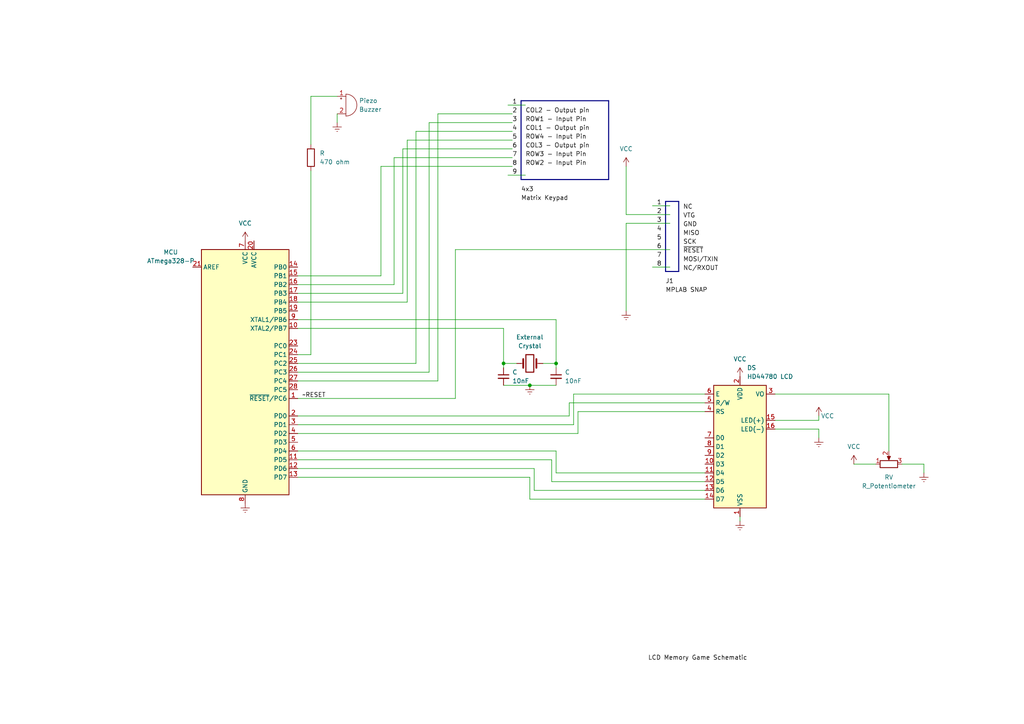
<source format=kicad_sch>
(kicad_sch (version 20211123) (generator eeschema)

  (uuid c0cb1d54-c1c3-4e4d-8f97-b4c16ed9b9fc)

  (paper "A4")

  (lib_symbols
    (symbol "Device:Buzzer" (pin_names (offset 0.0254) hide) (in_bom yes) (on_board yes)
      (property "Reference" "BZ" (id 0) (at 3.81 1.27 0)
        (effects (font (size 1.27 1.27)) (justify left))
      )
      (property "Value" "Buzzer" (id 1) (at 3.81 -1.27 0)
        (effects (font (size 1.27 1.27)) (justify left))
      )
      (property "Footprint" "" (id 2) (at -0.635 2.54 90)
        (effects (font (size 1.27 1.27)) hide)
      )
      (property "Datasheet" "~" (id 3) (at -0.635 2.54 90)
        (effects (font (size 1.27 1.27)) hide)
      )
      (property "ki_keywords" "quartz resonator ceramic" (id 4) (at 0 0 0)
        (effects (font (size 1.27 1.27)) hide)
      )
      (property "ki_description" "Buzzer, polarized" (id 5) (at 0 0 0)
        (effects (font (size 1.27 1.27)) hide)
      )
      (property "ki_fp_filters" "*Buzzer*" (id 6) (at 0 0 0)
        (effects (font (size 1.27 1.27)) hide)
      )
      (symbol "Buzzer_0_1"
        (arc (start 0 -3.175) (mid 3.175 0) (end 0 3.175)
          (stroke (width 0) (type default) (color 0 0 0 0))
          (fill (type none))
        )
        (polyline
          (pts
            (xy -1.651 1.905)
            (xy -1.143 1.905)
          )
          (stroke (width 0) (type default) (color 0 0 0 0))
          (fill (type none))
        )
        (polyline
          (pts
            (xy -1.397 2.159)
            (xy -1.397 1.651)
          )
          (stroke (width 0) (type default) (color 0 0 0 0))
          (fill (type none))
        )
        (polyline
          (pts
            (xy 0 3.175)
            (xy 0 -3.175)
          )
          (stroke (width 0) (type default) (color 0 0 0 0))
          (fill (type none))
        )
      )
      (symbol "Buzzer_1_1"
        (pin passive line (at -2.54 2.54 0) (length 2.54)
          (name "-" (effects (font (size 1.27 1.27))))
          (number "1" (effects (font (size 1.27 1.27))))
        )
        (pin passive line (at -2.54 -2.54 0) (length 2.54)
          (name "+" (effects (font (size 1.27 1.27))))
          (number "2" (effects (font (size 1.27 1.27))))
        )
      )
    )
    (symbol "Device:C_Small" (pin_numbers hide) (pin_names (offset 0.254) hide) (in_bom yes) (on_board yes)
      (property "Reference" "C" (id 0) (at 0.254 1.778 0)
        (effects (font (size 1.27 1.27)) (justify left))
      )
      (property "Value" "C_Small" (id 1) (at 0.254 -2.032 0)
        (effects (font (size 1.27 1.27)) (justify left))
      )
      (property "Footprint" "" (id 2) (at 0 0 0)
        (effects (font (size 1.27 1.27)) hide)
      )
      (property "Datasheet" "~" (id 3) (at 0 0 0)
        (effects (font (size 1.27 1.27)) hide)
      )
      (property "ki_keywords" "capacitor cap" (id 4) (at 0 0 0)
        (effects (font (size 1.27 1.27)) hide)
      )
      (property "ki_description" "Unpolarized capacitor, small symbol" (id 5) (at 0 0 0)
        (effects (font (size 1.27 1.27)) hide)
      )
      (property "ki_fp_filters" "C_*" (id 6) (at 0 0 0)
        (effects (font (size 1.27 1.27)) hide)
      )
      (symbol "C_Small_0_1"
        (polyline
          (pts
            (xy -1.524 -0.508)
            (xy 1.524 -0.508)
          )
          (stroke (width 0.3302) (type default) (color 0 0 0 0))
          (fill (type none))
        )
        (polyline
          (pts
            (xy -1.524 0.508)
            (xy 1.524 0.508)
          )
          (stroke (width 0.3048) (type default) (color 0 0 0 0))
          (fill (type none))
        )
      )
      (symbol "C_Small_1_1"
        (pin passive line (at 0 2.54 270) (length 2.032)
          (name "~" (effects (font (size 1.27 1.27))))
          (number "1" (effects (font (size 1.27 1.27))))
        )
        (pin passive line (at 0 -2.54 90) (length 2.032)
          (name "~" (effects (font (size 1.27 1.27))))
          (number "2" (effects (font (size 1.27 1.27))))
        )
      )
    )
    (symbol "Device:Crystal" (pin_numbers hide) (pin_names (offset 1.016) hide) (in_bom yes) (on_board yes)
      (property "Reference" "Y" (id 0) (at 0 3.81 0)
        (effects (font (size 1.27 1.27)))
      )
      (property "Value" "Crystal" (id 1) (at 0 -3.81 0)
        (effects (font (size 1.27 1.27)))
      )
      (property "Footprint" "" (id 2) (at 0 0 0)
        (effects (font (size 1.27 1.27)) hide)
      )
      (property "Datasheet" "~" (id 3) (at 0 0 0)
        (effects (font (size 1.27 1.27)) hide)
      )
      (property "ki_keywords" "quartz ceramic resonator oscillator" (id 4) (at 0 0 0)
        (effects (font (size 1.27 1.27)) hide)
      )
      (property "ki_description" "Two pin crystal" (id 5) (at 0 0 0)
        (effects (font (size 1.27 1.27)) hide)
      )
      (property "ki_fp_filters" "Crystal*" (id 6) (at 0 0 0)
        (effects (font (size 1.27 1.27)) hide)
      )
      (symbol "Crystal_0_1"
        (rectangle (start -1.143 2.54) (end 1.143 -2.54)
          (stroke (width 0.3048) (type default) (color 0 0 0 0))
          (fill (type none))
        )
        (polyline
          (pts
            (xy -2.54 0)
            (xy -1.905 0)
          )
          (stroke (width 0) (type default) (color 0 0 0 0))
          (fill (type none))
        )
        (polyline
          (pts
            (xy -1.905 -1.27)
            (xy -1.905 1.27)
          )
          (stroke (width 0.508) (type default) (color 0 0 0 0))
          (fill (type none))
        )
        (polyline
          (pts
            (xy 1.905 -1.27)
            (xy 1.905 1.27)
          )
          (stroke (width 0.508) (type default) (color 0 0 0 0))
          (fill (type none))
        )
        (polyline
          (pts
            (xy 2.54 0)
            (xy 1.905 0)
          )
          (stroke (width 0) (type default) (color 0 0 0 0))
          (fill (type none))
        )
      )
      (symbol "Crystal_1_1"
        (pin passive line (at -3.81 0 0) (length 1.27)
          (name "1" (effects (font (size 1.27 1.27))))
          (number "1" (effects (font (size 1.27 1.27))))
        )
        (pin passive line (at 3.81 0 180) (length 1.27)
          (name "2" (effects (font (size 1.27 1.27))))
          (number "2" (effects (font (size 1.27 1.27))))
        )
      )
    )
    (symbol "Device:R" (pin_numbers hide) (pin_names (offset 0)) (in_bom yes) (on_board yes)
      (property "Reference" "R" (id 0) (at 2.032 0 90)
        (effects (font (size 1.27 1.27)))
      )
      (property "Value" "R" (id 1) (at 0 0 90)
        (effects (font (size 1.27 1.27)))
      )
      (property "Footprint" "" (id 2) (at -1.778 0 90)
        (effects (font (size 1.27 1.27)) hide)
      )
      (property "Datasheet" "~" (id 3) (at 0 0 0)
        (effects (font (size 1.27 1.27)) hide)
      )
      (property "ki_keywords" "R res resistor" (id 4) (at 0 0 0)
        (effects (font (size 1.27 1.27)) hide)
      )
      (property "ki_description" "Resistor" (id 5) (at 0 0 0)
        (effects (font (size 1.27 1.27)) hide)
      )
      (property "ki_fp_filters" "R_*" (id 6) (at 0 0 0)
        (effects (font (size 1.27 1.27)) hide)
      )
      (symbol "R_0_1"
        (rectangle (start -1.016 -2.54) (end 1.016 2.54)
          (stroke (width 0.254) (type default) (color 0 0 0 0))
          (fill (type none))
        )
      )
      (symbol "R_1_1"
        (pin passive line (at 0 3.81 270) (length 1.27)
          (name "~" (effects (font (size 1.27 1.27))))
          (number "1" (effects (font (size 1.27 1.27))))
        )
        (pin passive line (at 0 -3.81 90) (length 1.27)
          (name "~" (effects (font (size 1.27 1.27))))
          (number "2" (effects (font (size 1.27 1.27))))
        )
      )
    )
    (symbol "Device:R_Potentiometer" (pin_names (offset 1.016) hide) (in_bom yes) (on_board yes)
      (property "Reference" "RV" (id 0) (at -4.445 0 90)
        (effects (font (size 1.27 1.27)))
      )
      (property "Value" "R_Potentiometer" (id 1) (at -2.54 0 90)
        (effects (font (size 1.27 1.27)))
      )
      (property "Footprint" "" (id 2) (at 0 0 0)
        (effects (font (size 1.27 1.27)) hide)
      )
      (property "Datasheet" "~" (id 3) (at 0 0 0)
        (effects (font (size 1.27 1.27)) hide)
      )
      (property "ki_keywords" "resistor variable" (id 4) (at 0 0 0)
        (effects (font (size 1.27 1.27)) hide)
      )
      (property "ki_description" "Potentiometer" (id 5) (at 0 0 0)
        (effects (font (size 1.27 1.27)) hide)
      )
      (property "ki_fp_filters" "Potentiometer*" (id 6) (at 0 0 0)
        (effects (font (size 1.27 1.27)) hide)
      )
      (symbol "R_Potentiometer_0_1"
        (polyline
          (pts
            (xy 2.54 0)
            (xy 1.524 0)
          )
          (stroke (width 0) (type default) (color 0 0 0 0))
          (fill (type none))
        )
        (polyline
          (pts
            (xy 1.143 0)
            (xy 2.286 0.508)
            (xy 2.286 -0.508)
            (xy 1.143 0)
          )
          (stroke (width 0) (type default) (color 0 0 0 0))
          (fill (type outline))
        )
        (rectangle (start 1.016 2.54) (end -1.016 -2.54)
          (stroke (width 0.254) (type default) (color 0 0 0 0))
          (fill (type none))
        )
      )
      (symbol "R_Potentiometer_1_1"
        (pin passive line (at 0 3.81 270) (length 1.27)
          (name "1" (effects (font (size 1.27 1.27))))
          (number "1" (effects (font (size 1.27 1.27))))
        )
        (pin passive line (at 3.81 0 180) (length 1.27)
          (name "2" (effects (font (size 1.27 1.27))))
          (number "2" (effects (font (size 1.27 1.27))))
        )
        (pin passive line (at 0 -3.81 90) (length 1.27)
          (name "3" (effects (font (size 1.27 1.27))))
          (number "3" (effects (font (size 1.27 1.27))))
        )
      )
    )
    (symbol "Display_Character:WC1602A" (in_bom yes) (on_board yes)
      (property "Reference" "DS" (id 0) (at -5.842 19.05 0)
        (effects (font (size 1.27 1.27)))
      )
      (property "Value" "WC1602A" (id 1) (at 5.334 19.05 0)
        (effects (font (size 1.27 1.27)))
      )
      (property "Footprint" "Display:WC1602A" (id 2) (at 0 -22.86 0)
        (effects (font (size 1.27 1.27) italic) hide)
      )
      (property "Datasheet" "http://www.wincomlcd.com/pdf/WC1602A-SFYLYHTC06.pdf" (id 3) (at 17.78 0 0)
        (effects (font (size 1.27 1.27)) hide)
      )
      (property "ki_keywords" "display LCD dot-matrix" (id 4) (at 0 0 0)
        (effects (font (size 1.27 1.27)) hide)
      )
      (property "ki_description" "LCD 16x2 Alphanumeric , 8 bit parallel bus, 5V VDD" (id 5) (at 0 0 0)
        (effects (font (size 1.27 1.27)) hide)
      )
      (property "ki_fp_filters" "*WC*1602A*" (id 6) (at 0 0 0)
        (effects (font (size 1.27 1.27)) hide)
      )
      (symbol "WC1602A_1_1"
        (rectangle (start -7.62 17.78) (end 7.62 -17.78)
          (stroke (width 0.254) (type default) (color 0 0 0 0))
          (fill (type background))
        )
        (pin power_in line (at 0 -20.32 90) (length 2.54)
          (name "VSS" (effects (font (size 1.27 1.27))))
          (number "1" (effects (font (size 1.27 1.27))))
        )
        (pin input line (at -10.16 -5.08 0) (length 2.54)
          (name "D3" (effects (font (size 1.27 1.27))))
          (number "10" (effects (font (size 1.27 1.27))))
        )
        (pin input line (at -10.16 -7.62 0) (length 2.54)
          (name "D4" (effects (font (size 1.27 1.27))))
          (number "11" (effects (font (size 1.27 1.27))))
        )
        (pin input line (at -10.16 -10.16 0) (length 2.54)
          (name "D5" (effects (font (size 1.27 1.27))))
          (number "12" (effects (font (size 1.27 1.27))))
        )
        (pin input line (at -10.16 -12.7 0) (length 2.54)
          (name "D6" (effects (font (size 1.27 1.27))))
          (number "13" (effects (font (size 1.27 1.27))))
        )
        (pin input line (at -10.16 -15.24 0) (length 2.54)
          (name "D7" (effects (font (size 1.27 1.27))))
          (number "14" (effects (font (size 1.27 1.27))))
        )
        (pin power_in line (at 10.16 7.62 180) (length 2.54)
          (name "LED(+)" (effects (font (size 1.27 1.27))))
          (number "15" (effects (font (size 1.27 1.27))))
        )
        (pin power_in line (at 10.16 5.08 180) (length 2.54)
          (name "LED(-)" (effects (font (size 1.27 1.27))))
          (number "16" (effects (font (size 1.27 1.27))))
        )
        (pin power_in line (at 0 20.32 270) (length 2.54)
          (name "VDD" (effects (font (size 1.27 1.27))))
          (number "2" (effects (font (size 1.27 1.27))))
        )
        (pin input line (at 10.16 15.24 180) (length 2.54)
          (name "VO" (effects (font (size 1.27 1.27))))
          (number "3" (effects (font (size 1.27 1.27))))
        )
        (pin input line (at -10.16 10.16 0) (length 2.54)
          (name "RS" (effects (font (size 1.27 1.27))))
          (number "4" (effects (font (size 1.27 1.27))))
        )
        (pin input line (at -10.16 12.7 0) (length 2.54)
          (name "R/W" (effects (font (size 1.27 1.27))))
          (number "5" (effects (font (size 1.27 1.27))))
        )
        (pin input line (at -10.16 15.24 0) (length 2.54)
          (name "E" (effects (font (size 1.27 1.27))))
          (number "6" (effects (font (size 1.27 1.27))))
        )
        (pin input line (at -10.16 2.54 0) (length 2.54)
          (name "D0" (effects (font (size 1.27 1.27))))
          (number "7" (effects (font (size 1.27 1.27))))
        )
        (pin input line (at -10.16 0 0) (length 2.54)
          (name "D1" (effects (font (size 1.27 1.27))))
          (number "8" (effects (font (size 1.27 1.27))))
        )
        (pin input line (at -10.16 -2.54 0) (length 2.54)
          (name "D2" (effects (font (size 1.27 1.27))))
          (number "9" (effects (font (size 1.27 1.27))))
        )
      )
    )
    (symbol "MCU_Microchip_ATmega:ATmega328-P" (in_bom yes) (on_board yes)
      (property "Reference" "U" (id 0) (at -12.7 36.83 0)
        (effects (font (size 1.27 1.27)) (justify left bottom))
      )
      (property "Value" "ATmega328-P" (id 1) (at 2.54 -36.83 0)
        (effects (font (size 1.27 1.27)) (justify left top))
      )
      (property "Footprint" "Package_DIP:DIP-28_W7.62mm" (id 2) (at 0 0 0)
        (effects (font (size 1.27 1.27) italic) hide)
      )
      (property "Datasheet" "http://ww1.microchip.com/downloads/en/DeviceDoc/ATmega328_P%20AVR%20MCU%20with%20picoPower%20Technology%20Data%20Sheet%2040001984A.pdf" (id 3) (at 0 0 0)
        (effects (font (size 1.27 1.27)) hide)
      )
      (property "ki_keywords" "AVR 8bit Microcontroller MegaAVR" (id 4) (at 0 0 0)
        (effects (font (size 1.27 1.27)) hide)
      )
      (property "ki_description" "20MHz, 32kB Flash, 2kB SRAM, 1kB EEPROM, DIP-28" (id 5) (at 0 0 0)
        (effects (font (size 1.27 1.27)) hide)
      )
      (property "ki_fp_filters" "DIP*W7.62mm*" (id 6) (at 0 0 0)
        (effects (font (size 1.27 1.27)) hide)
      )
      (symbol "ATmega328-P_0_1"
        (rectangle (start -12.7 -35.56) (end 12.7 35.56)
          (stroke (width 0.254) (type default) (color 0 0 0 0))
          (fill (type background))
        )
      )
      (symbol "ATmega328-P_1_1"
        (pin bidirectional line (at 15.24 -7.62 180) (length 2.54)
          (name "~{RESET}/PC6" (effects (font (size 1.27 1.27))))
          (number "1" (effects (font (size 1.27 1.27))))
        )
        (pin bidirectional line (at 15.24 12.7 180) (length 2.54)
          (name "XTAL2/PB7" (effects (font (size 1.27 1.27))))
          (number "10" (effects (font (size 1.27 1.27))))
        )
        (pin bidirectional line (at 15.24 -25.4 180) (length 2.54)
          (name "PD5" (effects (font (size 1.27 1.27))))
          (number "11" (effects (font (size 1.27 1.27))))
        )
        (pin bidirectional line (at 15.24 -27.94 180) (length 2.54)
          (name "PD6" (effects (font (size 1.27 1.27))))
          (number "12" (effects (font (size 1.27 1.27))))
        )
        (pin bidirectional line (at 15.24 -30.48 180) (length 2.54)
          (name "PD7" (effects (font (size 1.27 1.27))))
          (number "13" (effects (font (size 1.27 1.27))))
        )
        (pin bidirectional line (at 15.24 30.48 180) (length 2.54)
          (name "PB0" (effects (font (size 1.27 1.27))))
          (number "14" (effects (font (size 1.27 1.27))))
        )
        (pin bidirectional line (at 15.24 27.94 180) (length 2.54)
          (name "PB1" (effects (font (size 1.27 1.27))))
          (number "15" (effects (font (size 1.27 1.27))))
        )
        (pin bidirectional line (at 15.24 25.4 180) (length 2.54)
          (name "PB2" (effects (font (size 1.27 1.27))))
          (number "16" (effects (font (size 1.27 1.27))))
        )
        (pin bidirectional line (at 15.24 22.86 180) (length 2.54)
          (name "PB3" (effects (font (size 1.27 1.27))))
          (number "17" (effects (font (size 1.27 1.27))))
        )
        (pin bidirectional line (at 15.24 20.32 180) (length 2.54)
          (name "PB4" (effects (font (size 1.27 1.27))))
          (number "18" (effects (font (size 1.27 1.27))))
        )
        (pin bidirectional line (at 15.24 17.78 180) (length 2.54)
          (name "PB5" (effects (font (size 1.27 1.27))))
          (number "19" (effects (font (size 1.27 1.27))))
        )
        (pin bidirectional line (at 15.24 -12.7 180) (length 2.54)
          (name "PD0" (effects (font (size 1.27 1.27))))
          (number "2" (effects (font (size 1.27 1.27))))
        )
        (pin power_in line (at 2.54 38.1 270) (length 2.54)
          (name "AVCC" (effects (font (size 1.27 1.27))))
          (number "20" (effects (font (size 1.27 1.27))))
        )
        (pin passive line (at -15.24 30.48 0) (length 2.54)
          (name "AREF" (effects (font (size 1.27 1.27))))
          (number "21" (effects (font (size 1.27 1.27))))
        )
        (pin passive line (at 0 -38.1 90) (length 2.54) hide
          (name "GND" (effects (font (size 1.27 1.27))))
          (number "22" (effects (font (size 1.27 1.27))))
        )
        (pin bidirectional line (at 15.24 7.62 180) (length 2.54)
          (name "PC0" (effects (font (size 1.27 1.27))))
          (number "23" (effects (font (size 1.27 1.27))))
        )
        (pin bidirectional line (at 15.24 5.08 180) (length 2.54)
          (name "PC1" (effects (font (size 1.27 1.27))))
          (number "24" (effects (font (size 1.27 1.27))))
        )
        (pin bidirectional line (at 15.24 2.54 180) (length 2.54)
          (name "PC2" (effects (font (size 1.27 1.27))))
          (number "25" (effects (font (size 1.27 1.27))))
        )
        (pin bidirectional line (at 15.24 0 180) (length 2.54)
          (name "PC3" (effects (font (size 1.27 1.27))))
          (number "26" (effects (font (size 1.27 1.27))))
        )
        (pin bidirectional line (at 15.24 -2.54 180) (length 2.54)
          (name "PC4" (effects (font (size 1.27 1.27))))
          (number "27" (effects (font (size 1.27 1.27))))
        )
        (pin bidirectional line (at 15.24 -5.08 180) (length 2.54)
          (name "PC5" (effects (font (size 1.27 1.27))))
          (number "28" (effects (font (size 1.27 1.27))))
        )
        (pin bidirectional line (at 15.24 -15.24 180) (length 2.54)
          (name "PD1" (effects (font (size 1.27 1.27))))
          (number "3" (effects (font (size 1.27 1.27))))
        )
        (pin bidirectional line (at 15.24 -17.78 180) (length 2.54)
          (name "PD2" (effects (font (size 1.27 1.27))))
          (number "4" (effects (font (size 1.27 1.27))))
        )
        (pin bidirectional line (at 15.24 -20.32 180) (length 2.54)
          (name "PD3" (effects (font (size 1.27 1.27))))
          (number "5" (effects (font (size 1.27 1.27))))
        )
        (pin bidirectional line (at 15.24 -22.86 180) (length 2.54)
          (name "PD4" (effects (font (size 1.27 1.27))))
          (number "6" (effects (font (size 1.27 1.27))))
        )
        (pin power_in line (at 0 38.1 270) (length 2.54)
          (name "VCC" (effects (font (size 1.27 1.27))))
          (number "7" (effects (font (size 1.27 1.27))))
        )
        (pin power_in line (at 0 -38.1 90) (length 2.54)
          (name "GND" (effects (font (size 1.27 1.27))))
          (number "8" (effects (font (size 1.27 1.27))))
        )
        (pin bidirectional line (at 15.24 15.24 180) (length 2.54)
          (name "XTAL1/PB6" (effects (font (size 1.27 1.27))))
          (number "9" (effects (font (size 1.27 1.27))))
        )
      )
    )
    (symbol "power:Earth" (power) (pin_names (offset 0)) (in_bom yes) (on_board yes)
      (property "Reference" "#PWR" (id 0) (at 0 -6.35 0)
        (effects (font (size 1.27 1.27)) hide)
      )
      (property "Value" "Earth" (id 1) (at 0 -3.81 0)
        (effects (font (size 1.27 1.27)) hide)
      )
      (property "Footprint" "" (id 2) (at 0 0 0)
        (effects (font (size 1.27 1.27)) hide)
      )
      (property "Datasheet" "~" (id 3) (at 0 0 0)
        (effects (font (size 1.27 1.27)) hide)
      )
      (property "ki_keywords" "power-flag ground gnd" (id 4) (at 0 0 0)
        (effects (font (size 1.27 1.27)) hide)
      )
      (property "ki_description" "Power symbol creates a global label with name \"Earth\"" (id 5) (at 0 0 0)
        (effects (font (size 1.27 1.27)) hide)
      )
      (symbol "Earth_0_1"
        (polyline
          (pts
            (xy -0.635 -1.905)
            (xy 0.635 -1.905)
          )
          (stroke (width 0) (type default) (color 0 0 0 0))
          (fill (type none))
        )
        (polyline
          (pts
            (xy -0.127 -2.54)
            (xy 0.127 -2.54)
          )
          (stroke (width 0) (type default) (color 0 0 0 0))
          (fill (type none))
        )
        (polyline
          (pts
            (xy 0 -1.27)
            (xy 0 0)
          )
          (stroke (width 0) (type default) (color 0 0 0 0))
          (fill (type none))
        )
        (polyline
          (pts
            (xy 1.27 -1.27)
            (xy -1.27 -1.27)
          )
          (stroke (width 0) (type default) (color 0 0 0 0))
          (fill (type none))
        )
      )
      (symbol "Earth_1_1"
        (pin power_in line (at 0 0 270) (length 0) hide
          (name "Earth" (effects (font (size 1.27 1.27))))
          (number "1" (effects (font (size 1.27 1.27))))
        )
      )
    )
    (symbol "power:VCC" (power) (pin_names (offset 0)) (in_bom yes) (on_board yes)
      (property "Reference" "#PWR" (id 0) (at 0 -3.81 0)
        (effects (font (size 1.27 1.27)) hide)
      )
      (property "Value" "VCC" (id 1) (at 0 3.81 0)
        (effects (font (size 1.27 1.27)))
      )
      (property "Footprint" "" (id 2) (at 0 0 0)
        (effects (font (size 1.27 1.27)) hide)
      )
      (property "Datasheet" "" (id 3) (at 0 0 0)
        (effects (font (size 1.27 1.27)) hide)
      )
      (property "ki_keywords" "power-flag" (id 4) (at 0 0 0)
        (effects (font (size 1.27 1.27)) hide)
      )
      (property "ki_description" "Power symbol creates a global label with name \"VCC\"" (id 5) (at 0 0 0)
        (effects (font (size 1.27 1.27)) hide)
      )
      (symbol "VCC_0_1"
        (polyline
          (pts
            (xy -0.762 1.27)
            (xy 0 2.54)
          )
          (stroke (width 0) (type default) (color 0 0 0 0))
          (fill (type none))
        )
        (polyline
          (pts
            (xy 0 0)
            (xy 0 2.54)
          )
          (stroke (width 0) (type default) (color 0 0 0 0))
          (fill (type none))
        )
        (polyline
          (pts
            (xy 0 2.54)
            (xy 0.762 1.27)
          )
          (stroke (width 0) (type default) (color 0 0 0 0))
          (fill (type none))
        )
      )
      (symbol "VCC_1_1"
        (pin power_in line (at 0 0 90) (length 0) hide
          (name "VCC" (effects (font (size 1.27 1.27))))
          (number "1" (effects (font (size 1.27 1.27))))
        )
      )
    )
  )

  (junction (at 146.05 105.41) (diameter 0) (color 0 0 0 0)
    (uuid 77f763ec-f2b6-4d81-adaa-fd5931733086)
  )
  (junction (at 153.67 111.76) (diameter 0) (color 0 0 0 0)
    (uuid 7eb42e86-2453-4b8f-a8d8-ee98fe551a23)
  )
  (junction (at 161.29 105.41) (diameter 0) (color 0 0 0 0)
    (uuid c4a3ec39-5697-4ee7-9c6a-3d39b485affb)
  )

  (wire (pts (xy 86.36 135.89) (xy 154.94 135.89))
    (stroke (width 0) (type default) (color 0 0 0 0))
    (uuid 00a2f500-7a7b-46bb-9531-b990ea1902ed)
  )
  (wire (pts (xy 181.61 48.26) (xy 181.61 62.23))
    (stroke (width 0) (type default) (color 0 0 0 0))
    (uuid 00eaa8e9-b600-4b48-ab83-4dd48cf71455)
  )
  (wire (pts (xy 181.61 64.77) (xy 194.31 64.77))
    (stroke (width 0) (type default) (color 0 0 0 0))
    (uuid 042edae7-febf-439d-a393-e51119bee55c)
  )
  (wire (pts (xy 237.49 121.92) (xy 237.49 120.65))
    (stroke (width 0) (type default) (color 0 0 0 0))
    (uuid 059f4657-53f3-4d57-ac33-63b0c8cfb191)
  )
  (wire (pts (xy 146.05 95.25) (xy 146.05 105.41))
    (stroke (width 0) (type default) (color 0 0 0 0))
    (uuid 063d7cdb-fef7-4af0-92e4-8ee6a30b268e)
  )
  (wire (pts (xy 86.36 85.09) (xy 116.84 85.09))
    (stroke (width 0) (type default) (color 0 0 0 0))
    (uuid 08bf0f70-2962-4638-b850-85fe4dfeec76)
  )
  (wire (pts (xy 160.02 133.35) (xy 160.02 139.7))
    (stroke (width 0) (type default) (color 0 0 0 0))
    (uuid 08c5a895-49ed-4210-8fa2-3ddadbf6a288)
  )
  (wire (pts (xy 127 110.49) (xy 127 33.02))
    (stroke (width 0) (type default) (color 0 0 0 0))
    (uuid 09079290-02f3-4ef4-aa56-b20a880f83a7)
  )
  (wire (pts (xy 86.36 92.71) (xy 161.29 92.71))
    (stroke (width 0) (type default) (color 0 0 0 0))
    (uuid 095aba1e-142b-4916-b338-adccf93ec595)
  )
  (wire (pts (xy 161.29 137.16) (xy 204.47 137.16))
    (stroke (width 0) (type default) (color 0 0 0 0))
    (uuid 0b2f0a69-baeb-4ba2-a303-ae51ba59b4c4)
  )
  (wire (pts (xy 86.36 107.95) (xy 124.46 107.95))
    (stroke (width 0) (type default) (color 0 0 0 0))
    (uuid 212dda48-be59-4f88-9814-93403b7991d6)
  )
  (wire (pts (xy 189.23 59.69) (xy 194.31 59.69))
    (stroke (width 0) (type default) (color 0 0 0 0))
    (uuid 2202b498-429c-4906-b8c1-9b143e864bdd)
  )
  (wire (pts (xy 146.05 111.76) (xy 153.67 111.76))
    (stroke (width 0) (type default) (color 0 0 0 0))
    (uuid 221a00ed-13c5-4d69-8a04-f4fc6c090a19)
  )
  (wire (pts (xy 110.49 80.01) (xy 110.49 48.26))
    (stroke (width 0) (type default) (color 0 0 0 0))
    (uuid 254c9a1a-ab0f-44e9-a16b-035dc30beba5)
  )
  (bus (pts (xy 151.13 29.21) (xy 151.13 52.07))
    (stroke (width 0) (type default) (color 0 0 0 0))
    (uuid 259fc8b1-9050-4829-934c-bff7f3cb17c5)
  )

  (wire (pts (xy 153.67 144.78) (xy 204.47 144.78))
    (stroke (width 0) (type default) (color 0 0 0 0))
    (uuid 2c75f28a-e852-4bbe-bd87-90eb79cbe7e0)
  )
  (bus (pts (xy 196.85 58.42) (xy 196.85 78.74))
    (stroke (width 0) (type default) (color 0 0 0 0))
    (uuid 2daed46c-3fab-4872-a11b-8582006b73de)
  )
  (bus (pts (xy 151.13 52.07) (xy 176.53 52.07))
    (stroke (width 0) (type default) (color 0 0 0 0))
    (uuid 355339e8-17af-4077-aabb-095839becd8c)
  )
  (bus (pts (xy 193.04 78.74) (xy 196.85 78.74))
    (stroke (width 0) (type default) (color 0 0 0 0))
    (uuid 35bda031-4d05-4c80-b953-0828a1ff8327)
  )

  (wire (pts (xy 167.64 125.73) (xy 167.64 119.38))
    (stroke (width 0) (type default) (color 0 0 0 0))
    (uuid 3bb71d8f-a613-4d98-ad67-5d38b386cbf4)
  )
  (wire (pts (xy 161.29 92.71) (xy 161.29 105.41))
    (stroke (width 0) (type default) (color 0 0 0 0))
    (uuid 3fd321b1-d9a2-40d0-9a34-885d0a72e66f)
  )
  (wire (pts (xy 86.36 105.41) (xy 120.65 105.41))
    (stroke (width 0) (type default) (color 0 0 0 0))
    (uuid 444f9c80-9fa9-4fa0-b0d1-189e2309bad8)
  )
  (wire (pts (xy 160.02 139.7) (xy 204.47 139.7))
    (stroke (width 0) (type default) (color 0 0 0 0))
    (uuid 477d05a7-23e9-444c-8efb-7da903024605)
  )
  (wire (pts (xy 90.17 27.94) (xy 97.79 27.94))
    (stroke (width 0) (type default) (color 0 0 0 0))
    (uuid 4b1da43d-47e4-4ce1-8bba-eadf461db14e)
  )
  (bus (pts (xy 176.53 29.21) (xy 176.53 52.07))
    (stroke (width 0) (type default) (color 0 0 0 0))
    (uuid 50567326-8d3c-4545-9bb2-678269299f46)
  )

  (wire (pts (xy 120.65 38.1) (xy 148.59 38.1))
    (stroke (width 0) (type default) (color 0 0 0 0))
    (uuid 51d5eb67-3beb-4c0d-abc0-8a669592d59e)
  )
  (wire (pts (xy 110.49 48.26) (xy 148.59 48.26))
    (stroke (width 0) (type default) (color 0 0 0 0))
    (uuid 541e7c88-16af-46da-b31f-1a9580d2879d)
  )
  (wire (pts (xy 114.3 45.72) (xy 148.59 45.72))
    (stroke (width 0) (type default) (color 0 0 0 0))
    (uuid 55e69bf0-1315-42f2-af9f-7f002e64854e)
  )
  (wire (pts (xy 86.36 133.35) (xy 160.02 133.35))
    (stroke (width 0) (type default) (color 0 0 0 0))
    (uuid 5de2c181-dcb7-4985-be5d-b0bb00863107)
  )
  (wire (pts (xy 86.36 125.73) (xy 167.64 125.73))
    (stroke (width 0) (type default) (color 0 0 0 0))
    (uuid 5e3eaca6-5273-4ac3-9ce9-4d9479cbdbb1)
  )
  (wire (pts (xy 124.46 35.56) (xy 148.59 35.56))
    (stroke (width 0) (type default) (color 0 0 0 0))
    (uuid 5e6faab4-2982-4e24-95a0-ed68036e6f30)
  )
  (wire (pts (xy 224.79 114.3) (xy 257.81 114.3))
    (stroke (width 0) (type default) (color 0 0 0 0))
    (uuid 60fbb9f5-3c42-4984-a9ab-9bd3a064c3e2)
  )
  (wire (pts (xy 114.3 82.55) (xy 114.3 45.72))
    (stroke (width 0) (type default) (color 0 0 0 0))
    (uuid 610824b2-33c1-49ff-8722-62f8864c17a5)
  )
  (wire (pts (xy 189.23 77.47) (xy 194.31 77.47))
    (stroke (width 0) (type default) (color 0 0 0 0))
    (uuid 611f0eb2-772c-4aca-96b1-c8b3673d6eb8)
  )
  (wire (pts (xy 161.29 105.41) (xy 161.29 106.68))
    (stroke (width 0) (type default) (color 0 0 0 0))
    (uuid 641a9056-4bf8-44dc-abd2-12116174e1ac)
  )
  (wire (pts (xy 181.61 64.77) (xy 181.61 90.17))
    (stroke (width 0) (type default) (color 0 0 0 0))
    (uuid 666db45e-c6fd-4808-8e4a-9a1b091a094a)
  )
  (wire (pts (xy 86.36 80.01) (xy 110.49 80.01))
    (stroke (width 0) (type default) (color 0 0 0 0))
    (uuid 6b118cdb-acca-4719-a3be-ff80c3a7fc31)
  )
  (wire (pts (xy 90.17 49.53) (xy 90.17 102.87))
    (stroke (width 0) (type default) (color 0 0 0 0))
    (uuid 6f2f7ec6-126b-4896-bcf0-4e06b12d5453)
  )
  (wire (pts (xy 118.11 87.63) (xy 118.11 40.64))
    (stroke (width 0) (type default) (color 0 0 0 0))
    (uuid 7333e2ab-0f3d-4c0e-8182-421ff80523f3)
  )
  (wire (pts (xy 181.61 62.23) (xy 194.31 62.23))
    (stroke (width 0) (type default) (color 0 0 0 0))
    (uuid 73ae3ee3-d4db-48a5-bb17-96ea403d286c)
  )
  (wire (pts (xy 86.36 110.49) (xy 127 110.49))
    (stroke (width 0) (type default) (color 0 0 0 0))
    (uuid 777e869b-9aea-4c4f-9266-f553233f06e1)
  )
  (wire (pts (xy 154.94 142.24) (xy 204.47 142.24))
    (stroke (width 0) (type default) (color 0 0 0 0))
    (uuid 80bd01e5-4a87-4efb-a014-73b3d54dd874)
  )
  (wire (pts (xy 146.05 106.68) (xy 146.05 105.41))
    (stroke (width 0) (type default) (color 0 0 0 0))
    (uuid 8468a2f9-8822-407e-a9ea-d13b8b0af030)
  )
  (wire (pts (xy 132.08 72.39) (xy 194.31 72.39))
    (stroke (width 0) (type default) (color 0 0 0 0))
    (uuid 8505970c-275c-40c8-9157-720b10ecf362)
  )
  (wire (pts (xy 86.36 95.25) (xy 146.05 95.25))
    (stroke (width 0) (type default) (color 0 0 0 0))
    (uuid 8d1e1915-8feb-4962-b58d-5d25a58f8f93)
  )
  (wire (pts (xy 86.36 82.55) (xy 114.3 82.55))
    (stroke (width 0) (type default) (color 0 0 0 0))
    (uuid 8d3cdac4-9b71-4f88-a976-1cf06f70ef16)
  )
  (wire (pts (xy 118.11 40.64) (xy 148.59 40.64))
    (stroke (width 0) (type default) (color 0 0 0 0))
    (uuid 8e9b4147-6d7a-49e4-aa20-37a253eea30d)
  )
  (wire (pts (xy 161.29 105.41) (xy 157.48 105.41))
    (stroke (width 0) (type default) (color 0 0 0 0))
    (uuid 8fb5da7d-d074-4216-877d-727025b8b20a)
  )
  (wire (pts (xy 153.67 111.76) (xy 161.29 111.76))
    (stroke (width 0) (type default) (color 0 0 0 0))
    (uuid 90012b10-8f88-4135-93ef-3f011d5f21b4)
  )
  (wire (pts (xy 257.81 114.3) (xy 257.81 130.81))
    (stroke (width 0) (type default) (color 0 0 0 0))
    (uuid 9019b368-8d5b-4f1f-afb8-acaf63055554)
  )
  (wire (pts (xy 127 33.02) (xy 148.59 33.02))
    (stroke (width 0) (type default) (color 0 0 0 0))
    (uuid 93c56de6-975f-4e2a-b2cb-a92535ff40b9)
  )
  (bus (pts (xy 193.04 58.42) (xy 193.04 78.74))
    (stroke (width 0) (type default) (color 0 0 0 0))
    (uuid 94f9f3b9-9df4-46c7-936c-f031e14f368c)
  )

  (wire (pts (xy 224.79 121.92) (xy 237.49 121.92))
    (stroke (width 0) (type default) (color 0 0 0 0))
    (uuid 95911b3d-5cf4-4c2e-9ca3-3487e86616c5)
  )
  (wire (pts (xy 152.4 30.48) (xy 147.32 30.48))
    (stroke (width 0) (type default) (color 0 0 0 0))
    (uuid 96e2b434-633f-4851-b102-87de32cf2a9a)
  )
  (wire (pts (xy 214.63 149.86) (xy 214.63 151.13))
    (stroke (width 0) (type default) (color 0 0 0 0))
    (uuid 9743e4cc-c2dd-4547-a482-5642eed559f3)
  )
  (wire (pts (xy 86.36 130.81) (xy 161.29 130.81))
    (stroke (width 0) (type default) (color 0 0 0 0))
    (uuid 9c6dae99-775e-4560-8a1d-44b854270ea4)
  )
  (wire (pts (xy 97.79 33.02) (xy 97.79 35.56))
    (stroke (width 0) (type default) (color 0 0 0 0))
    (uuid a4d3b9fa-35de-4787-b591-7737d2ef3c09)
  )
  (wire (pts (xy 237.49 124.46) (xy 237.49 127))
    (stroke (width 0) (type default) (color 0 0 0 0))
    (uuid a5650b85-ca97-4454-8902-0a7abaed4ca0)
  )
  (wire (pts (xy 153.67 138.43) (xy 153.67 144.78))
    (stroke (width 0) (type default) (color 0 0 0 0))
    (uuid a7c6d364-c140-4a00-9783-04ec3531b349)
  )
  (wire (pts (xy 154.94 135.89) (xy 154.94 142.24))
    (stroke (width 0) (type default) (color 0 0 0 0))
    (uuid abc65ff1-2346-48a4-93d5-356b72a1a214)
  )
  (wire (pts (xy 161.29 130.81) (xy 161.29 137.16))
    (stroke (width 0) (type default) (color 0 0 0 0))
    (uuid ac78b413-1196-4a22-9137-ac98e1ead815)
  )
  (wire (pts (xy 86.36 120.65) (xy 165.1 120.65))
    (stroke (width 0) (type default) (color 0 0 0 0))
    (uuid ad13e4f4-3297-4921-b2d9-433dffbb6300)
  )
  (wire (pts (xy 86.36 87.63) (xy 118.11 87.63))
    (stroke (width 0) (type default) (color 0 0 0 0))
    (uuid ae19a898-b62d-47ec-a05a-5807ae489225)
  )
  (wire (pts (xy 132.08 115.57) (xy 132.08 72.39))
    (stroke (width 0) (type default) (color 0 0 0 0))
    (uuid b3b166b2-95e4-4d32-a8f1-8f29a65c1958)
  )
  (wire (pts (xy 224.79 124.46) (xy 237.49 124.46))
    (stroke (width 0) (type default) (color 0 0 0 0))
    (uuid b47ad004-d509-4c5c-b671-1ece6851aeb8)
  )
  (wire (pts (xy 86.36 102.87) (xy 90.17 102.87))
    (stroke (width 0) (type default) (color 0 0 0 0))
    (uuid b70af8d2-7061-40b1-9aca-4a0206be8942)
  )
  (bus (pts (xy 151.13 29.21) (xy 176.53 29.21))
    (stroke (width 0) (type default) (color 0 0 0 0))
    (uuid b8edaf09-d8ab-4ab6-8ef4-e149b684399e)
  )

  (wire (pts (xy 166.37 114.3) (xy 204.47 114.3))
    (stroke (width 0) (type default) (color 0 0 0 0))
    (uuid b9d9280e-0ea2-482e-af98-3849fefbe951)
  )
  (wire (pts (xy 166.37 123.19) (xy 166.37 114.3))
    (stroke (width 0) (type default) (color 0 0 0 0))
    (uuid bd9813ec-b5f9-460e-b18f-623988a0e596)
  )
  (wire (pts (xy 152.4 50.8) (xy 147.32 50.8))
    (stroke (width 0) (type default) (color 0 0 0 0))
    (uuid c5c10921-0b82-4a43-bb98-0e9c433683de)
  )
  (wire (pts (xy 165.1 120.65) (xy 165.1 116.84))
    (stroke (width 0) (type default) (color 0 0 0 0))
    (uuid c8d80975-0796-4218-9162-180d9b99caa2)
  )
  (wire (pts (xy 261.62 134.62) (xy 267.97 134.62))
    (stroke (width 0) (type default) (color 0 0 0 0))
    (uuid cd5d7083-c132-4bf4-ba74-8add6297d815)
  )
  (wire (pts (xy 86.36 138.43) (xy 153.67 138.43))
    (stroke (width 0) (type default) (color 0 0 0 0))
    (uuid d820a68a-70a3-44e4-b7d1-0a2a2cf0fce6)
  )
  (wire (pts (xy 165.1 116.84) (xy 204.47 116.84))
    (stroke (width 0) (type default) (color 0 0 0 0))
    (uuid dd272432-82cd-439a-aade-6885efdea3bf)
  )
  (wire (pts (xy 167.64 119.38) (xy 204.47 119.38))
    (stroke (width 0) (type default) (color 0 0 0 0))
    (uuid df126187-ceec-4163-b6a5-2a5e3ae83b80)
  )
  (wire (pts (xy 124.46 107.95) (xy 124.46 35.56))
    (stroke (width 0) (type default) (color 0 0 0 0))
    (uuid e2d02177-a4db-4d31-b0c2-b40d5dfb7c16)
  )
  (wire (pts (xy 90.17 41.91) (xy 90.17 27.94))
    (stroke (width 0) (type default) (color 0 0 0 0))
    (uuid e8bdb96c-7943-4327-9e2c-c7049a491bf4)
  )
  (wire (pts (xy 120.65 105.41) (xy 120.65 38.1))
    (stroke (width 0) (type default) (color 0 0 0 0))
    (uuid e9a3fd0e-520d-4ed2-866a-1bdec30f719f)
  )
  (wire (pts (xy 86.36 115.57) (xy 132.08 115.57))
    (stroke (width 0) (type default) (color 0 0 0 0))
    (uuid ed646836-c781-4a24-a13b-31ea1552b5bc)
  )
  (wire (pts (xy 267.97 134.62) (xy 267.97 137.16))
    (stroke (width 0) (type default) (color 0 0 0 0))
    (uuid ee985a7a-f7b8-4c41-bf06-15911bf8afb5)
  )
  (bus (pts (xy 193.04 58.42) (xy 196.85 58.42))
    (stroke (width 0) (type default) (color 0 0 0 0))
    (uuid efce9863-1ef3-473f-ba71-3b1bb091d6c4)
  )

  (wire (pts (xy 116.84 43.18) (xy 148.59 43.18))
    (stroke (width 0) (type default) (color 0 0 0 0))
    (uuid f1231686-a51a-48ef-88e3-d457f9f05e35)
  )
  (wire (pts (xy 254 134.62) (xy 247.65 134.62))
    (stroke (width 0) (type default) (color 0 0 0 0))
    (uuid f16d4c3e-d1be-45b3-9e58-704e410e51c5)
  )
  (wire (pts (xy 116.84 85.09) (xy 116.84 43.18))
    (stroke (width 0) (type default) (color 0 0 0 0))
    (uuid f6290915-9ece-4289-a7f2-5d62be9f77bf)
  )
  (wire (pts (xy 86.36 123.19) (xy 166.37 123.19))
    (stroke (width 0) (type default) (color 0 0 0 0))
    (uuid f94ef6ca-2bfd-490e-8e00-b4d70f6b037b)
  )
  (wire (pts (xy 146.05 105.41) (xy 149.86 105.41))
    (stroke (width 0) (type default) (color 0 0 0 0))
    (uuid fe2cc6ef-fcfd-4d01-8168-13234dec72a1)
  )

  (label "5" (at 190.5 69.85 0)
    (effects (font (size 1.27 1.27)) (justify left bottom))
    (uuid 0098ff4d-da6f-434f-89fa-45dcabc39a48)
  )
  (label "ROW3 - Input Pin" (at 152.4 45.72 0)
    (effects (font (size 1.27 1.27)) (justify left bottom))
    (uuid 01e980c4-0d0c-42b6-9b66-b1535a169253)
  )
  (label "COL3 - Output pin" (at 152.4 43.18 0)
    (effects (font (size 1.27 1.27)) (justify left bottom))
    (uuid 09f6f06a-c8a4-48e6-835e-33bd23b89c01)
  )
  (label "ROW2 - Input Pin" (at 152.4 48.26 0)
    (effects (font (size 1.27 1.27)) (justify left bottom))
    (uuid 1078b412-742a-49c5-bf39-e599e3462525)
  )
  (label "4" (at 148.59 38.1 0)
    (effects (font (size 1.27 1.27)) (justify left bottom))
    (uuid 18c1bdba-a457-4add-b422-e4233afc5182)
  )
  (label "4" (at 190.5 67.31 0)
    (effects (font (size 1.27 1.27)) (justify left bottom))
    (uuid 1a401661-c953-490b-8d22-4042a09180ce)
  )
  (label "3" (at 148.59 35.56 0)
    (effects (font (size 1.27 1.27)) (justify left bottom))
    (uuid 1c43187e-8ebb-4a67-b028-d48ba026e7bf)
  )
  (label "NC{slash}RXOUT" (at 198.12 78.74 0)
    (effects (font (size 1.27 1.27)) (justify left bottom))
    (uuid 31505384-4bd6-4d37-b40d-79f0e8b1eeaa)
  )
  (label "LCD Memory Game Schematic" (at 187.96 191.77 0)
    (effects (font (size 1.27 1.27)) (justify left bottom))
    (uuid 34ef20fc-964a-41fe-9f5c-a2fdb20868bf)
  )
  (label "8" (at 148.59 48.26 0)
    (effects (font (size 1.27 1.27)) (justify left bottom))
    (uuid 4361b4da-ff5f-4525-b20d-fa31bb65aff4)
  )
  (label "MOSI{slash}TXIN" (at 198.12 76.2 0)
    (effects (font (size 1.27 1.27)) (justify left bottom))
    (uuid 47562819-9fff-4abc-a225-441b8745fbb8)
  )
  (label "MISO" (at 198.12 68.58 0)
    (effects (font (size 1.27 1.27)) (justify left bottom))
    (uuid 4bf98eb2-f0e0-4319-86b9-4b8d3a481ee0)
  )
  (label "COL1 - Output pin" (at 152.4 38.1 0)
    (effects (font (size 1.27 1.27)) (justify left bottom))
    (uuid 4cbeb719-40cc-419f-9138-019c8ef0d9ce)
  )
  (label "~{RESET}" (at 198.12 73.66 0)
    (effects (font (size 1.27 1.27)) (justify left bottom))
    (uuid 4ec26cf7-2ec7-47db-8490-67737ed73ca1)
  )
  (label "NC" (at 198.12 60.96 0)
    (effects (font (size 1.27 1.27)) (justify left bottom))
    (uuid 5300ff12-7764-40f3-951e-c95f58b73103)
  )
  (label "2" (at 190.5 62.23 0)
    (effects (font (size 1.27 1.27)) (justify left bottom))
    (uuid 5404c808-2b73-4570-9ca5-41dcb1e95462)
  )
  (label "1" (at 190.5 59.69 0)
    (effects (font (size 1.27 1.27)) (justify left bottom))
    (uuid 5ad8d7d7-39c2-49d1-84dd-ce36ba9e862e)
  )
  (label "VTG" (at 198.12 63.5 0)
    (effects (font (size 1.27 1.27)) (justify left bottom))
    (uuid 5d9d8365-a3e6-4072-91d9-ea0a29985b83)
  )
  (label "6" (at 148.59 43.18 0)
    (effects (font (size 1.27 1.27)) (justify left bottom))
    (uuid 5ed22f69-02e1-4d9e-8a40-c38d9fd850ad)
  )
  (label "2" (at 148.59 33.02 0)
    (effects (font (size 1.27 1.27)) (justify left bottom))
    (uuid 6937b963-acec-41d0-92f0-628dae8f9593)
  )
  (label "6" (at 190.5 72.39 0)
    (effects (font (size 1.27 1.27)) (justify left bottom))
    (uuid 6f98fee7-5943-4160-a6d0-117cedd84d8b)
  )
  (label "4x3" (at 151.13 55.88 0)
    (effects (font (size 1.27 1.27)) (justify left bottom))
    (uuid 80c743c0-87a9-432f-9a79-e25acb07c45d)
  )
  (label "ROW1 - Input Pin" (at 152.4 35.56 0)
    (effects (font (size 1.27 1.27)) (justify left bottom))
    (uuid 8584a980-31cd-43a8-b7e4-3101fafd0862)
  )
  (label "SCK" (at 198.12 71.12 0)
    (effects (font (size 1.27 1.27)) (justify left bottom))
    (uuid 8ece3044-9766-458a-90a1-268978ddfdcd)
  )
  (label "ROW4 - Input Pin" (at 152.4 40.64 0)
    (effects (font (size 1.27 1.27)) (justify left bottom))
    (uuid 942b0021-3df4-4cfb-9aa6-33867263d6fd)
  )
  (label "7" (at 190.5 74.93 0)
    (effects (font (size 1.27 1.27)) (justify left bottom))
    (uuid 94688e1b-00d2-4baf-9a9f-30660041ef8b)
  )
  (label "Matrix Keypad" (at 151.13 58.42 0)
    (effects (font (size 1.27 1.27)) (justify left bottom))
    (uuid ad3714ad-ebff-462e-bc64-3671d74c6a85)
  )
  (label "8" (at 190.5 77.47 0)
    (effects (font (size 1.27 1.27)) (justify left bottom))
    (uuid ba4f3faf-2c27-4faa-89aa-e0dcd7bc0a23)
  )
  (label "7" (at 148.59 45.72 0)
    (effects (font (size 1.27 1.27)) (justify left bottom))
    (uuid c41f0842-2690-430d-8c8a-c6c9a1fb3cd8)
  )
  (label "3" (at 190.5 64.77 0)
    (effects (font (size 1.27 1.27)) (justify left bottom))
    (uuid c44d1f68-970e-452b-9735-67977f07d5d0)
  )
  (label "~RESET" (at 87.63 115.57 0)
    (effects (font (size 1.27 1.27)) (justify left bottom))
    (uuid c9ecf770-f240-4864-8c44-df438704b33d)
  )
  (label "J1" (at 193.04 82.55 0)
    (effects (font (size 1.27 1.27)) (justify left bottom))
    (uuid cc95ce90-d83d-4098-aebe-a653c1845f7c)
  )
  (label "GND" (at 198.12 66.04 0)
    (effects (font (size 1.27 1.27)) (justify left bottom))
    (uuid d60b9fc1-0c68-440c-91f2-73a491ca8846)
  )
  (label "9" (at 148.59 50.8 0)
    (effects (font (size 1.27 1.27)) (justify left bottom))
    (uuid dda7085a-74d9-43c4-be50-fa2ea47a6f3b)
  )
  (label "COL2 - Output pin" (at 152.4 33.02 0)
    (effects (font (size 1.27 1.27)) (justify left bottom))
    (uuid e2916892-8f5f-4df6-a061-f8a6531ed3e2)
  )
  (label "MPLAB SNAP" (at 193.04 85.09 0)
    (effects (font (size 1.27 1.27)) (justify left bottom))
    (uuid e2e13d8d-e1ea-4e19-b4f9-2182fce0edc5)
  )
  (label "5" (at 148.59 40.64 0)
    (effects (font (size 1.27 1.27)) (justify left bottom))
    (uuid f8998c4a-78d7-4390-b56d-72bdc0802f15)
  )
  (label "1" (at 148.59 30.48 0)
    (effects (font (size 1.27 1.27)) (justify left bottom))
    (uuid fe131b6e-60d6-48ae-935e-ec1e0c8955ce)
  )

  (symbol (lib_id "Device:Buzzer") (at 100.33 30.48 0) (unit 1)
    (in_bom yes) (on_board yes) (fields_autoplaced)
    (uuid 31e900c6-0251-41cb-8567-60ca686d6e68)
    (property "Reference" "Piezo" (id 0) (at 104.14 29.2099 0)
      (effects (font (size 1.27 1.27)) (justify left))
    )
    (property "Value" "Buzzer" (id 1) (at 104.14 31.7499 0)
      (effects (font (size 1.27 1.27)) (justify left))
    )
    (property "Footprint" "" (id 2) (at 99.695 27.94 90)
      (effects (font (size 1.27 1.27)) hide)
    )
    (property "Datasheet" "~" (id 3) (at 99.695 27.94 90)
      (effects (font (size 1.27 1.27)) hide)
    )
    (pin "1" (uuid 399596c6-4bee-4e8f-acbb-0065a2b6b22b))
    (pin "2" (uuid 6b689235-d245-44b5-afd0-9507ecd9f8ec))
  )

  (symbol (lib_id "Device:C_Small") (at 161.29 109.22 0) (unit 1)
    (in_bom yes) (on_board yes) (fields_autoplaced)
    (uuid 4bfaf593-559d-41f3-8835-ba3a29ac7056)
    (property "Reference" "C" (id 0) (at 163.83 107.9562 0)
      (effects (font (size 1.27 1.27)) (justify left))
    )
    (property "Value" "10nF" (id 1) (at 163.83 110.4962 0)
      (effects (font (size 1.27 1.27)) (justify left))
    )
    (property "Footprint" "" (id 2) (at 161.29 109.22 0)
      (effects (font (size 1.27 1.27)) hide)
    )
    (property "Datasheet" "~" (id 3) (at 161.29 109.22 0)
      (effects (font (size 1.27 1.27)) hide)
    )
    (pin "1" (uuid 1e9851a6-821e-4984-b9b8-7a119025a4b3))
    (pin "2" (uuid 2e895141-a9e9-4814-b9fb-34c1ff0f4305))
  )

  (symbol (lib_id "MCU_Microchip_ATmega:ATmega328-P") (at 71.12 107.95 0) (unit 1)
    (in_bom yes) (on_board yes) (fields_autoplaced)
    (uuid 4dcc1105-d16d-4f73-a665-80dff3bc653c)
    (property "Reference" "MCU" (id 0) (at 49.53 73.1393 0))
    (property "Value" "ATmega328-P" (id 1) (at 49.53 75.6793 0))
    (property "Footprint" "Package_DIP:DIP-28_W7.62mm" (id 2) (at 71.12 107.95 0)
      (effects (font (size 1.27 1.27) italic) hide)
    )
    (property "Datasheet" "http://ww1.microchip.com/downloads/en/DeviceDoc/ATmega328_P%20AVR%20MCU%20with%20picoPower%20Technology%20Data%20Sheet%2040001984A.pdf" (id 3) (at 71.12 107.95 0)
      (effects (font (size 1.27 1.27)) hide)
    )
    (pin "1" (uuid 89e0c0f9-b977-4275-b262-eaaac785ab6d))
    (pin "10" (uuid 7d6cae74-4560-4ad5-af63-2c42e7f27454))
    (pin "11" (uuid 8ad7ce84-24b4-4f82-91c8-c6d2acd29d21))
    (pin "12" (uuid 3ab3e102-b7a5-4885-8ca2-3ff3456f0c6d))
    (pin "13" (uuid 2831adea-9dbd-4e62-bdda-df7076251802))
    (pin "14" (uuid 6d228861-3ba4-4b42-b893-8be77635e375))
    (pin "15" (uuid d2fc0876-1e76-47b1-8690-f00c76e74099))
    (pin "16" (uuid 9d4477f4-f2db-4968-b382-c7a87d4848f6))
    (pin "17" (uuid 00d3bb2d-dffa-4660-827e-47bcb696d5fd))
    (pin "18" (uuid 797f8e9e-96e1-4a64-96fe-e8df5cfc8ae4))
    (pin "19" (uuid 84999b41-eec0-4229-a329-95a96f258f47))
    (pin "2" (uuid e749c97d-373f-4005-be7e-b213e1a92ebb))
    (pin "20" (uuid 4ca6d5fc-da03-45ed-abba-8a1de334958b))
    (pin "21" (uuid 05cc6e1d-30ce-4a45-8414-75fda820701e))
    (pin "22" (uuid dd3245e2-cd27-4b4c-950e-41c0c6cda494))
    (pin "23" (uuid b7c7958b-dd80-4372-9de5-1cd1a29b28e6))
    (pin "24" (uuid 39d51782-91ae-476e-b844-d3bbf1332363))
    (pin "25" (uuid 165265c3-ae32-4bcf-8caf-e9f3b8e03b81))
    (pin "26" (uuid c2b3855a-a7ca-45fe-9657-2275c01bcfcb))
    (pin "27" (uuid 323c2ae6-4bf4-4ce5-9a02-642719a57700))
    (pin "28" (uuid 0691b99d-47c6-4a2d-9c06-2dab539639ec))
    (pin "3" (uuid 6d4ee55d-0dff-4554-a188-b4044c30520d))
    (pin "4" (uuid 36f57c1c-8e4f-46c8-9326-bf5443daabee))
    (pin "5" (uuid 56a736e2-18c9-4ad4-84fd-42f05c3d4e74))
    (pin "6" (uuid 0e6074de-e01b-490f-85a6-e7735e7b5b9e))
    (pin "7" (uuid 41e6d757-22d4-4507-87d0-f4e4cb6e02aa))
    (pin "8" (uuid d28156b9-0715-4dcf-8079-38a27659aa1d))
    (pin "9" (uuid e1548978-aeab-4946-b148-1ae88588550a))
  )

  (symbol (lib_id "power:Earth") (at 214.63 151.13 0) (unit 1)
    (in_bom yes) (on_board yes) (fields_autoplaced)
    (uuid 50f7e400-4cd8-4557-b339-07aa18bd26ed)
    (property "Reference" "#PWR?" (id 0) (at 214.63 157.48 0)
      (effects (font (size 1.27 1.27)) hide)
    )
    (property "Value" "Earth" (id 1) (at 214.63 154.94 0)
      (effects (font (size 1.27 1.27)) hide)
    )
    (property "Footprint" "" (id 2) (at 214.63 151.13 0)
      (effects (font (size 1.27 1.27)) hide)
    )
    (property "Datasheet" "~" (id 3) (at 214.63 151.13 0)
      (effects (font (size 1.27 1.27)) hide)
    )
    (pin "1" (uuid b400187a-dc06-436e-9d97-ae06e386d223))
  )

  (symbol (lib_id "power:Earth") (at 153.67 111.76 0) (unit 1)
    (in_bom yes) (on_board yes) (fields_autoplaced)
    (uuid 57d843d5-94ff-42f7-a2e9-9326e61af410)
    (property "Reference" "#PWR?" (id 0) (at 153.67 118.11 0)
      (effects (font (size 1.27 1.27)) hide)
    )
    (property "Value" "Earth" (id 1) (at 153.67 115.57 0)
      (effects (font (size 1.27 1.27)) hide)
    )
    (property "Footprint" "" (id 2) (at 153.67 111.76 0)
      (effects (font (size 1.27 1.27)) hide)
    )
    (property "Datasheet" "~" (id 3) (at 153.67 111.76 0)
      (effects (font (size 1.27 1.27)) hide)
    )
    (pin "1" (uuid 647180e9-1318-405e-9399-31190164345d))
  )

  (symbol (lib_id "Device:C_Small") (at 146.05 109.22 0) (unit 1)
    (in_bom yes) (on_board yes)
    (uuid 659d2ea9-20e5-4dfd-b75d-0988c454e019)
    (property "Reference" "C" (id 0) (at 148.59 107.9562 0)
      (effects (font (size 1.27 1.27)) (justify left))
    )
    (property "Value" "10nF" (id 1) (at 148.59 110.4962 0)
      (effects (font (size 1.27 1.27)) (justify left))
    )
    (property "Footprint" "" (id 2) (at 146.05 109.22 0)
      (effects (font (size 1.27 1.27)) hide)
    )
    (property "Datasheet" "~" (id 3) (at 146.05 109.22 0)
      (effects (font (size 1.27 1.27)) hide)
    )
    (pin "1" (uuid 299d7e9f-28d7-4413-a2f6-858a6cab8cbb))
    (pin "2" (uuid c12db109-dfed-4f2a-91af-ae40d6cc936c))
  )

  (symbol (lib_id "power:Earth") (at 97.79 35.56 0) (unit 1)
    (in_bom yes) (on_board yes) (fields_autoplaced)
    (uuid 69855977-866c-49e2-a912-cc1bbd1a05cf)
    (property "Reference" "#PWR?" (id 0) (at 97.79 41.91 0)
      (effects (font (size 1.27 1.27)) hide)
    )
    (property "Value" "Earth" (id 1) (at 97.79 39.37 0)
      (effects (font (size 1.27 1.27)) hide)
    )
    (property "Footprint" "" (id 2) (at 97.79 35.56 0)
      (effects (font (size 1.27 1.27)) hide)
    )
    (property "Datasheet" "~" (id 3) (at 97.79 35.56 0)
      (effects (font (size 1.27 1.27)) hide)
    )
    (pin "1" (uuid 995b1545-5d2c-42fb-a7e7-49a661d3838e))
  )

  (symbol (lib_id "Device:Crystal") (at 153.67 105.41 0) (unit 1)
    (in_bom yes) (on_board yes) (fields_autoplaced)
    (uuid 778a5a8b-7e3d-4e9e-ac9d-3ec65bf3350b)
    (property "Reference" "External" (id 0) (at 153.67 97.79 0))
    (property "Value" "Crystal" (id 1) (at 153.67 100.33 0))
    (property "Footprint" "" (id 2) (at 153.67 105.41 0)
      (effects (font (size 1.27 1.27)) hide)
    )
    (property "Datasheet" "~" (id 3) (at 153.67 105.41 0)
      (effects (font (size 1.27 1.27)) hide)
    )
    (pin "1" (uuid 7bcf464e-867e-4944-ac58-f252974f08da))
    (pin "2" (uuid 6745904c-9998-4820-ae18-5e02a28e611a))
  )

  (symbol (lib_id "power:VCC") (at 247.65 134.62 0) (unit 1)
    (in_bom yes) (on_board yes) (fields_autoplaced)
    (uuid 7b8b89bf-a981-4722-b0d9-f057651cfad6)
    (property "Reference" "#PWR?" (id 0) (at 247.65 138.43 0)
      (effects (font (size 1.27 1.27)) hide)
    )
    (property "Value" "VCC" (id 1) (at 247.65 129.54 0))
    (property "Footprint" "" (id 2) (at 247.65 134.62 0)
      (effects (font (size 1.27 1.27)) hide)
    )
    (property "Datasheet" "" (id 3) (at 247.65 134.62 0)
      (effects (font (size 1.27 1.27)) hide)
    )
    (pin "1" (uuid 379acb1d-eb1e-4118-98e8-d35e12bbea99))
  )

  (symbol (lib_id "Device:R") (at 90.17 45.72 0) (unit 1)
    (in_bom yes) (on_board yes) (fields_autoplaced)
    (uuid 8b3ccd7b-7024-40b0-bfc9-f81805dce214)
    (property "Reference" "R" (id 0) (at 92.71 44.4499 0)
      (effects (font (size 1.27 1.27)) (justify left))
    )
    (property "Value" "470 ohm" (id 1) (at 92.71 46.9899 0)
      (effects (font (size 1.27 1.27)) (justify left))
    )
    (property "Footprint" "" (id 2) (at 88.392 45.72 90)
      (effects (font (size 1.27 1.27)) hide)
    )
    (property "Datasheet" "~" (id 3) (at 90.17 45.72 0)
      (effects (font (size 1.27 1.27)) hide)
    )
    (pin "1" (uuid fa842a28-f96b-49a0-bf3d-029f7c6094fa))
    (pin "2" (uuid 0881627b-ce22-413e-8ece-08fbbab6d47e))
  )

  (symbol (lib_id "power:Earth") (at 181.61 90.17 0) (unit 1)
    (in_bom yes) (on_board yes) (fields_autoplaced)
    (uuid a48f4990-4075-40e2-86ea-dd558b817860)
    (property "Reference" "#PWR?" (id 0) (at 181.61 96.52 0)
      (effects (font (size 1.27 1.27)) hide)
    )
    (property "Value" "Earth" (id 1) (at 181.61 93.98 0)
      (effects (font (size 1.27 1.27)) hide)
    )
    (property "Footprint" "" (id 2) (at 181.61 90.17 0)
      (effects (font (size 1.27 1.27)) hide)
    )
    (property "Datasheet" "~" (id 3) (at 181.61 90.17 0)
      (effects (font (size 1.27 1.27)) hide)
    )
    (pin "1" (uuid 3aaabbfc-ea64-42c4-9595-041d5e962c3b))
  )

  (symbol (lib_id "power:Earth") (at 71.12 146.05 0) (unit 1)
    (in_bom yes) (on_board yes) (fields_autoplaced)
    (uuid a5cbc78b-79cf-460f-9706-0622c417d754)
    (property "Reference" "#PWR?" (id 0) (at 71.12 152.4 0)
      (effects (font (size 1.27 1.27)) hide)
    )
    (property "Value" "Earth" (id 1) (at 71.12 149.86 0)
      (effects (font (size 1.27 1.27)) hide)
    )
    (property "Footprint" "" (id 2) (at 71.12 146.05 0)
      (effects (font (size 1.27 1.27)) hide)
    )
    (property "Datasheet" "~" (id 3) (at 71.12 146.05 0)
      (effects (font (size 1.27 1.27)) hide)
    )
    (pin "1" (uuid deb985cb-fd49-44bd-aaa1-c51bc76be7f9))
  )

  (symbol (lib_id "power:VCC") (at 237.49 120.65 0) (unit 1)
    (in_bom yes) (on_board yes)
    (uuid bc22d528-65d8-4186-9c20-e0f437c50a0e)
    (property "Reference" "#PWR?" (id 0) (at 237.49 124.46 0)
      (effects (font (size 1.27 1.27)) hide)
    )
    (property "Value" "VCC" (id 1) (at 240.03 120.65 0))
    (property "Footprint" "" (id 2) (at 237.49 120.65 0)
      (effects (font (size 1.27 1.27)) hide)
    )
    (property "Datasheet" "" (id 3) (at 237.49 120.65 0)
      (effects (font (size 1.27 1.27)) hide)
    )
    (pin "1" (uuid 96167b6f-52f8-476a-baf6-00c886705274))
  )

  (symbol (lib_id "Device:R_Potentiometer") (at 257.81 134.62 90) (unit 1)
    (in_bom yes) (on_board yes)
    (uuid c8498ebf-f095-4ed4-a973-aec408d4b48a)
    (property "Reference" "RV" (id 0) (at 257.81 138.43 90))
    (property "Value" "R_Potentiometer" (id 1) (at 257.81 140.97 90))
    (property "Footprint" "" (id 2) (at 257.81 134.62 0)
      (effects (font (size 1.27 1.27)) hide)
    )
    (property "Datasheet" "~" (id 3) (at 257.81 134.62 0)
      (effects (font (size 1.27 1.27)) hide)
    )
    (pin "1" (uuid 7fc7159d-0de0-4dac-9023-0522d876d4bb))
    (pin "2" (uuid e4a23b39-b815-428b-9ccb-2c183b53960e))
    (pin "3" (uuid 7481f7cd-3066-47b3-a11d-e9c501160e10))
  )

  (symbol (lib_id "power:VCC") (at 71.12 69.85 0) (unit 1)
    (in_bom yes) (on_board yes) (fields_autoplaced)
    (uuid c8ed6f13-b57b-4bdf-915a-9fa40c947d65)
    (property "Reference" "#PWR?" (id 0) (at 71.12 73.66 0)
      (effects (font (size 1.27 1.27)) hide)
    )
    (property "Value" "VCC" (id 1) (at 71.12 64.77 0))
    (property "Footprint" "" (id 2) (at 71.12 69.85 0)
      (effects (font (size 1.27 1.27)) hide)
    )
    (property "Datasheet" "" (id 3) (at 71.12 69.85 0)
      (effects (font (size 1.27 1.27)) hide)
    )
    (pin "1" (uuid e452ddf6-bc6b-446e-957a-f1ae917d809c))
  )

  (symbol (lib_id "power:VCC") (at 181.61 48.26 0) (unit 1)
    (in_bom yes) (on_board yes) (fields_autoplaced)
    (uuid cdc26a10-8393-4e62-a4e6-7e658193a225)
    (property "Reference" "#PWR?" (id 0) (at 181.61 52.07 0)
      (effects (font (size 1.27 1.27)) hide)
    )
    (property "Value" "VCC" (id 1) (at 181.61 43.18 0))
    (property "Footprint" "" (id 2) (at 181.61 48.26 0)
      (effects (font (size 1.27 1.27)) hide)
    )
    (property "Datasheet" "" (id 3) (at 181.61 48.26 0)
      (effects (font (size 1.27 1.27)) hide)
    )
    (pin "1" (uuid 9e796522-f3d7-4837-9fa7-0fc8fb0371a1))
  )

  (symbol (lib_id "Display_Character:WC1602A") (at 214.63 129.54 0) (unit 1)
    (in_bom yes) (on_board yes) (fields_autoplaced)
    (uuid df9b5b2b-df35-4e53-b53f-bdd6759199bb)
    (property "Reference" "DS" (id 0) (at 216.6494 106.68 0)
      (effects (font (size 1.27 1.27)) (justify left))
    )
    (property "Value" "HD44780 LCD" (id 1) (at 216.6494 109.22 0)
      (effects (font (size 1.27 1.27)) (justify left))
    )
    (property "Footprint" "Display:WC1602A" (id 2) (at 214.63 152.4 0)
      (effects (font (size 1.27 1.27) italic) hide)
    )
    (property "Datasheet" "http://www.wincomlcd.com/pdf/WC1602A-SFYLYHTC06.pdf" (id 3) (at 232.41 129.54 0)
      (effects (font (size 1.27 1.27)) hide)
    )
    (pin "1" (uuid 0240179a-80a1-42c4-a8b8-3d9c21b93865))
    (pin "10" (uuid eaf3d7d6-5403-4e2f-81be-223779684e90))
    (pin "11" (uuid ad758e00-6cf6-4def-a31a-da5ddd54cb01))
    (pin "12" (uuid d4304204-730b-46ea-8c82-d3a193327635))
    (pin "13" (uuid c95a5d1b-3ad5-434f-8bf0-1ec66a2a42b2))
    (pin "14" (uuid 0f6a73a2-5877-4494-9c44-9133ed8b313a))
    (pin "15" (uuid 5183d835-3436-40f4-8911-44e58c8d905d))
    (pin "16" (uuid d5f60483-c162-41db-8fd3-2f9753e946d6))
    (pin "2" (uuid b6d6c01c-e87e-4355-9bc6-33d70430ae5d))
    (pin "3" (uuid 1d45a963-949e-4e99-a784-c5a22d83fa5f))
    (pin "4" (uuid 58c352fa-7668-45f7-894a-0834fac73878))
    (pin "5" (uuid 088c7510-16b7-49a9-b7cb-0a46a03a401c))
    (pin "6" (uuid 2a78eeeb-744f-47fb-8279-14e71d42b989))
    (pin "7" (uuid 4f9678ca-ff21-47b6-83b8-0dfaa2ea92b0))
    (pin "8" (uuid a14f7be8-2f6f-401b-afe4-8809c0c6b001))
    (pin "9" (uuid 9de8c713-3d6f-4642-bd73-7c1ecb89135a))
  )

  (symbol (lib_id "power:Earth") (at 267.97 137.16 0) (unit 1)
    (in_bom yes) (on_board yes) (fields_autoplaced)
    (uuid e2f4303b-8d8a-495c-98d5-7e1aa408be2a)
    (property "Reference" "#PWR?" (id 0) (at 267.97 143.51 0)
      (effects (font (size 1.27 1.27)) hide)
    )
    (property "Value" "Earth" (id 1) (at 267.97 140.97 0)
      (effects (font (size 1.27 1.27)) hide)
    )
    (property "Footprint" "" (id 2) (at 267.97 137.16 0)
      (effects (font (size 1.27 1.27)) hide)
    )
    (property "Datasheet" "~" (id 3) (at 267.97 137.16 0)
      (effects (font (size 1.27 1.27)) hide)
    )
    (pin "1" (uuid 5a0d26e5-30e0-46b2-ab97-271351a37e45))
  )

  (symbol (lib_id "power:Earth") (at 237.49 127 0) (unit 1)
    (in_bom yes) (on_board yes) (fields_autoplaced)
    (uuid f53576ea-6d92-4642-8d5e-b4be4705635d)
    (property "Reference" "#PWR?" (id 0) (at 237.49 133.35 0)
      (effects (font (size 1.27 1.27)) hide)
    )
    (property "Value" "Earth" (id 1) (at 237.49 130.81 0)
      (effects (font (size 1.27 1.27)) hide)
    )
    (property "Footprint" "" (id 2) (at 237.49 127 0)
      (effects (font (size 1.27 1.27)) hide)
    )
    (property "Datasheet" "~" (id 3) (at 237.49 127 0)
      (effects (font (size 1.27 1.27)) hide)
    )
    (pin "1" (uuid 2a22876b-a871-4170-8cc4-f00690a520ac))
  )

  (symbol (lib_id "power:VCC") (at 214.63 109.22 0) (unit 1)
    (in_bom yes) (on_board yes) (fields_autoplaced)
    (uuid fa95389c-d104-437d-80eb-e9d3c64dcbdf)
    (property "Reference" "#PWR?" (id 0) (at 214.63 113.03 0)
      (effects (font (size 1.27 1.27)) hide)
    )
    (property "Value" "VCC" (id 1) (at 214.63 104.14 0))
    (property "Footprint" "" (id 2) (at 214.63 109.22 0)
      (effects (font (size 1.27 1.27)) hide)
    )
    (property "Datasheet" "" (id 3) (at 214.63 109.22 0)
      (effects (font (size 1.27 1.27)) hide)
    )
    (pin "1" (uuid 7bb2655a-1ca9-42f2-a799-c9a618fe5a29))
  )

  (sheet_instances
    (path "/" (page "1"))
  )

  (symbol_instances
    (path "/50f7e400-4cd8-4557-b339-07aa18bd26ed"
      (reference "#PWR?") (unit 1) (value "Earth") (footprint "")
    )
    (path "/57d843d5-94ff-42f7-a2e9-9326e61af410"
      (reference "#PWR?") (unit 1) (value "Earth") (footprint "")
    )
    (path "/69855977-866c-49e2-a912-cc1bbd1a05cf"
      (reference "#PWR?") (unit 1) (value "Earth") (footprint "")
    )
    (path "/7b8b89bf-a981-4722-b0d9-f057651cfad6"
      (reference "#PWR?") (unit 1) (value "VCC") (footprint "")
    )
    (path "/a48f4990-4075-40e2-86ea-dd558b817860"
      (reference "#PWR?") (unit 1) (value "Earth") (footprint "")
    )
    (path "/a5cbc78b-79cf-460f-9706-0622c417d754"
      (reference "#PWR?") (unit 1) (value "Earth") (footprint "")
    )
    (path "/bc22d528-65d8-4186-9c20-e0f437c50a0e"
      (reference "#PWR?") (unit 1) (value "VCC") (footprint "")
    )
    (path "/c8ed6f13-b57b-4bdf-915a-9fa40c947d65"
      (reference "#PWR?") (unit 1) (value "VCC") (footprint "")
    )
    (path "/cdc26a10-8393-4e62-a4e6-7e658193a225"
      (reference "#PWR?") (unit 1) (value "VCC") (footprint "")
    )
    (path "/e2f4303b-8d8a-495c-98d5-7e1aa408be2a"
      (reference "#PWR?") (unit 1) (value "Earth") (footprint "")
    )
    (path "/f53576ea-6d92-4642-8d5e-b4be4705635d"
      (reference "#PWR?") (unit 1) (value "Earth") (footprint "")
    )
    (path "/fa95389c-d104-437d-80eb-e9d3c64dcbdf"
      (reference "#PWR?") (unit 1) (value "VCC") (footprint "")
    )
    (path "/4bfaf593-559d-41f3-8835-ba3a29ac7056"
      (reference "C") (unit 1) (value "10nF") (footprint "")
    )
    (path "/659d2ea9-20e5-4dfd-b75d-0988c454e019"
      (reference "C") (unit 1) (value "10nF") (footprint "")
    )
    (path "/df9b5b2b-df35-4e53-b53f-bdd6759199bb"
      (reference "DS") (unit 1) (value "HD44780 LCD") (footprint "Display:WC1602A")
    )
    (path "/778a5a8b-7e3d-4e9e-ac9d-3ec65bf3350b"
      (reference "External") (unit 1) (value "Crystal") (footprint "")
    )
    (path "/4dcc1105-d16d-4f73-a665-80dff3bc653c"
      (reference "MCU") (unit 1) (value "ATmega328-P") (footprint "Package_DIP:DIP-28_W7.62mm")
    )
    (path "/31e900c6-0251-41cb-8567-60ca686d6e68"
      (reference "Piezo") (unit 1) (value "Buzzer") (footprint "")
    )
    (path "/8b3ccd7b-7024-40b0-bfc9-f81805dce214"
      (reference "R") (unit 1) (value "470 ohm") (footprint "")
    )
    (path "/c8498ebf-f095-4ed4-a973-aec408d4b48a"
      (reference "RV") (unit 1) (value "R_Potentiometer") (footprint "")
    )
  )
)

</source>
